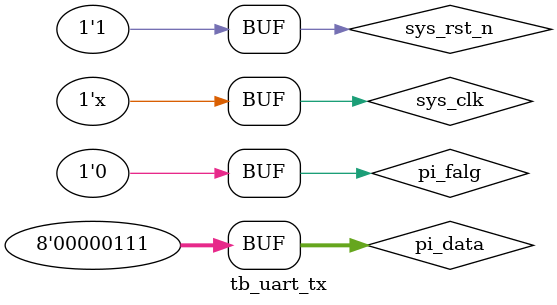
<source format=v>
`timescale 1ns/1ns

module tb_uart_tx();

reg            sys_clk     ;
reg            sys_rst_n   ;
reg    [7:0]   pi_data     ;
reg            pi_falg     ;

wire           tx          ;

initial
    begin
        sys_clk = 1'b1;
        sys_rst_n <= 1'b0;
        #20
        sys_rst_n <= 1'b1;
    end

always#10 sys_clk = ~sys_clk;

initial
    begin
        pi_data <=  8'd0;
        pi_falg <=  1'b0;
        #200
        pi_data <=  8'd0;//0
        pi_falg <=  1'b1;
        #20
        pi_falg <=  1'b0;
        #(5208*10*20)
        pi_data <=  8'd1;//1
        pi_falg <=  1'b1;
        #20
        pi_falg <=  1'b0;
        #(5208*10*20)
        pi_data <=  8'd2;//2
        pi_falg <=  1'b1;
        #20
        pi_falg <=  1'b0;
        #(5208*10*20)
        pi_data <=  8'd3;//3
        pi_falg <=  1'b1;
        #20
        pi_falg <=  1'b0;
        #(5208*10*20)
        pi_data <=  8'd4;//4
        pi_falg <=  1'b1;
        #20
        pi_falg <=  1'b0;
        #(5208*10*20)
        pi_data <=  8'd5;//5
        pi_falg <=  1'b1;
        #20
        pi_falg <=  1'b0;
        #(5208*10*20)
        pi_data <=  8'd6;//6
        pi_falg <=  1'b1;
        #20
        pi_falg <=  1'b0;
        #(5208*10*20)
        pi_data <=  8'd7;//7
        pi_falg <=  1'b1;
        #20
        pi_falg <=  1'b0;
    end


uart_tx
#(
    .UART_BPS(9600      ),
    .CLK_FREQ(50_000_000)
)
uart_tx_inst
(
    .sys_clk     (sys_clk  ),
    .sys_rst_n   (sys_rst_n),
    .pi_data     (pi_data  ),
    .pi_falg     (pi_falg  ),
    
    .tx          (tx       )
);

endmodule
</source>
